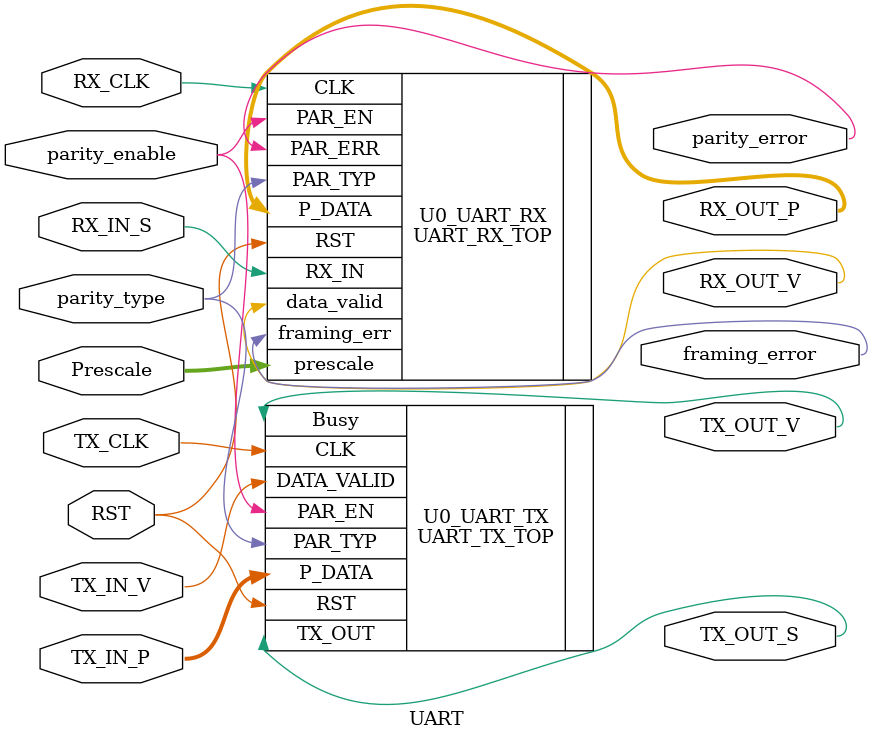
<source format=v>

module UART # ( parameter TX_DATA_WIDTH = 16 , RX_DATA_WIDTH=8 , PRESCALE_WIDTH = 5 )

(
 input   wire                          RST,
 input   wire                          TX_CLK,
 input   wire                          RX_CLK,
 input   wire                          RX_IN_S,
 output  wire   [RX_DATA_WIDTH-1:0]       RX_OUT_P, 
 output  wire                          RX_OUT_V,
 input   wire   [TX_DATA_WIDTH-1:0]       TX_IN_P, 
 input   wire                          TX_IN_V, 
 output  wire                          TX_OUT_S,
 output  wire                          TX_OUT_V,  
 input   wire   [PRESCALE_WIDTH-1:0]   Prescale,
 input   wire                          parity_enable,
 input   wire                          parity_type,
 output  wire                          parity_error,
 output  wire                          framing_error
);


UART_TX_TOP  U0_UART_TX (
.CLK(TX_CLK),
.RST(RST),
.P_DATA(TX_IN_P),
.DATA_VALID(TX_IN_V),
.PAR_EN(parity_enable),
.PAR_TYP(parity_type), 
.TX_OUT(TX_OUT_S),
.Busy(TX_OUT_V)
);
 
 
UART_RX_TOP U0_UART_RX (
.CLK(RX_CLK),
.RST(RST),
.RX_IN(RX_IN_S),
.prescale(Prescale),
.PAR_EN(parity_enable),
.PAR_TYP(parity_type),
.P_DATA(RX_OUT_P), 
.data_valid(RX_OUT_V),
.PAR_ERR(parity_error),
.framing_err(framing_error)
);
 



endmodule
 

</source>
